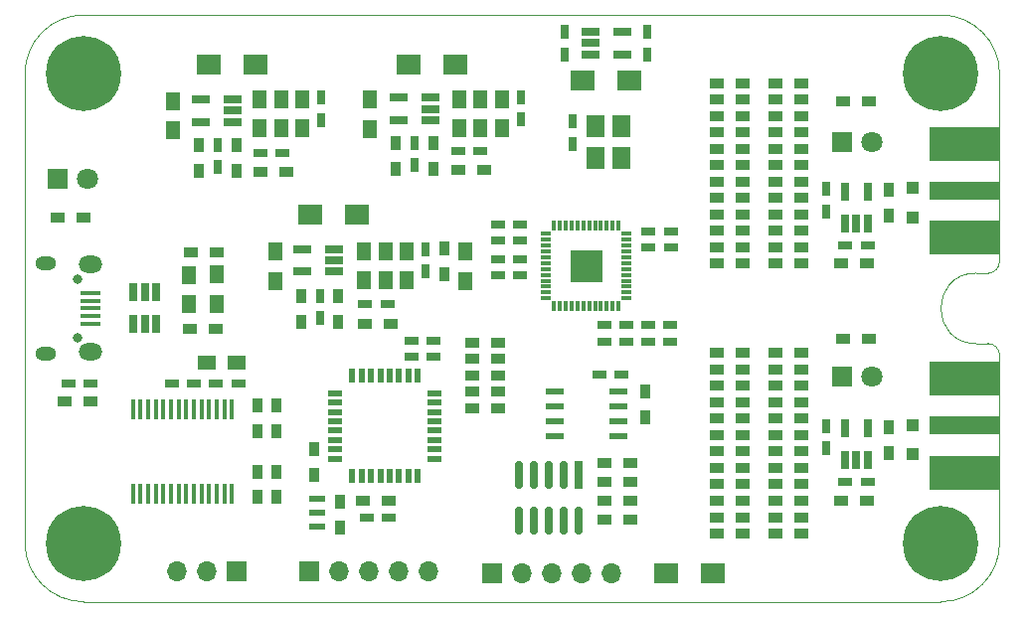
<source format=gbr>
G04 #@! TF.GenerationSoftware,KiCad,Pcbnew,(5.1.2)-1*
G04 #@! TF.CreationDate,2019-07-27T14:33:51+02:00*
G04 #@! TF.ProjectId,arbitrary_func_gen,61726269-7472-4617-9279-5f66756e635f,REV1.0*
G04 #@! TF.SameCoordinates,Original*
G04 #@! TF.FileFunction,Soldermask,Top*
G04 #@! TF.FilePolarity,Negative*
%FSLAX46Y46*%
G04 Gerber Fmt 4.6, Leading zero omitted, Abs format (unit mm)*
G04 Created by KiCad (PCBNEW (5.1.2)-1) date 2019-07-27 14:33:51*
%MOMM*%
%LPD*%
G04 APERTURE LIST*
%ADD10C,0.100000*%
%ADD11R,1.400000X0.500000*%
%ADD12R,2.000000X1.700000*%
%ADD13R,0.900000X1.200000*%
%ADD14R,1.200000X0.750000*%
%ADD15R,2.799999X2.799999*%
%ADD16R,0.300000X0.850000*%
%ADD17R,0.850000X0.300000*%
%ADD18R,1.200000X0.900000*%
%ADD19R,1.700000X1.700000*%
%ADD20O,1.700000X1.700000*%
%ADD21R,6.000000X1.500000*%
%ADD22R,6.000001X2.999999*%
%ADD23O,1.800000X1.150000*%
%ADD24O,2.000000X1.450000*%
%ADD25R,1.700000X0.450000*%
%ADD26C,0.800000*%
%ADD27R,1.560000X0.650000*%
%ADD28R,1.800000X1.800000*%
%ADD29C,1.800000*%
%ADD30R,1.250000X1.500000*%
%ADD31R,0.750000X1.200000*%
%ADD32R,1.650000X1.950000*%
%ADD33R,0.650000X1.560000*%
%ADD34R,1.550000X0.600000*%
%ADD35R,0.450000X1.750000*%
%ADD36R,0.600000X1.200000*%
%ADD37R,1.200000X0.600000*%
%ADD38O,0.760000X2.400000*%
%ADD39R,0.760000X2.400000*%
%ADD40R,1.000000X1.000000*%
%ADD41R,1.500000X1.250000*%
%ADD42C,6.400000*%
G04 APERTURE END LIST*
D10*
X155000000Y-68000000D02*
X154000000Y-68000000D01*
X156000000Y-85000000D02*
X156000000Y-69000000D01*
X78000000Y-90000000D02*
X151000000Y-90000000D01*
X73000000Y-45000000D02*
X73000000Y-85000000D01*
X151000000Y-40000000D02*
X78000000Y-40000000D01*
X156000000Y-61000000D02*
X156000000Y-45000000D01*
X154000000Y-62000000D02*
X155000000Y-62000000D01*
X156000000Y-61000000D02*
G75*
G02X155000000Y-62000000I-1000000J0D01*
G01*
X154000000Y-68000000D02*
G75*
G02X154000000Y-62000000I0J3000000D01*
G01*
X155000000Y-68000000D02*
G75*
G02X156000000Y-69000000I0J-1000000D01*
G01*
X156000000Y-85000000D02*
G75*
G02X151000000Y-90000000I-5000000J0D01*
G01*
X78000000Y-90000000D02*
G75*
G02X73000000Y-85000000I0J5000000D01*
G01*
X73000000Y-45000000D02*
G75*
G02X78000000Y-40000000I5000000J0D01*
G01*
X151000000Y-40000000D02*
G75*
G02X156000000Y-45000000I0J-5000000D01*
G01*
D11*
X97860000Y-83620000D03*
X97860000Y-82420000D03*
X97860000Y-81220000D03*
D12*
X97260000Y-57020000D03*
X101260000Y-57020000D03*
X88660000Y-44220000D03*
X92660000Y-44220000D03*
X105660000Y-44220000D03*
X109660000Y-44220000D03*
D13*
X99860000Y-81520000D03*
X99860000Y-83720000D03*
D14*
X107810000Y-69110000D03*
X105910000Y-69110000D03*
D15*
X120825000Y-61400000D03*
D16*
X118050000Y-57975000D03*
X118550000Y-57975000D03*
X119050000Y-57975000D03*
X119550000Y-57975000D03*
X120050000Y-57975000D03*
X120550000Y-57975000D03*
X121050000Y-57975000D03*
X121550000Y-57975000D03*
X122050000Y-57975000D03*
X122550000Y-57975000D03*
X123050000Y-57975000D03*
X123550000Y-57975000D03*
D17*
X124225000Y-58650000D03*
X124225000Y-59150000D03*
X124225000Y-59650000D03*
X124225000Y-60150000D03*
X124225000Y-60650000D03*
X124225000Y-61150000D03*
X124225000Y-61650000D03*
X124225000Y-62150000D03*
X124225000Y-62650000D03*
X124225000Y-63150000D03*
X124225000Y-63650000D03*
X124225000Y-64150000D03*
D16*
X123550000Y-64825000D03*
X123050000Y-64825000D03*
X122550000Y-64825000D03*
X122050000Y-64825000D03*
X121550000Y-64825000D03*
X121050000Y-64825000D03*
X120550000Y-64825000D03*
X120050000Y-64825000D03*
X119550000Y-64825000D03*
X119050000Y-64825000D03*
X118550000Y-64825000D03*
X118050000Y-64825000D03*
D17*
X117375000Y-64150000D03*
X117375000Y-63650000D03*
X117375000Y-63150000D03*
X117375000Y-62650000D03*
X117375000Y-62150000D03*
X117375000Y-61650000D03*
X117375000Y-61150000D03*
X117375000Y-60650000D03*
X117375000Y-60150000D03*
X117375000Y-59650000D03*
X117375000Y-59150000D03*
X117375000Y-58650000D03*
D18*
X124560000Y-79820000D03*
X122360000Y-79820000D03*
D19*
X91000000Y-87400000D03*
D20*
X88460000Y-87400000D03*
X85920000Y-87400000D03*
D12*
X131600000Y-87600000D03*
X127600000Y-87600000D03*
X124460000Y-45620000D03*
X120460000Y-45620000D03*
D21*
X153000000Y-55000000D03*
D22*
X153000000Y-51000000D03*
X153000000Y-59000000D03*
D21*
X153000000Y-75000000D03*
D22*
X153000000Y-71000000D03*
X153000000Y-79000000D03*
D23*
X74800000Y-61125000D03*
X74800000Y-68875000D03*
D24*
X78600000Y-68725000D03*
X78600000Y-61275000D03*
D25*
X78600000Y-65650000D03*
X78600000Y-64350000D03*
X78600000Y-66300000D03*
X78600000Y-63700000D03*
X78600000Y-65000000D03*
D26*
X77500000Y-67500000D03*
X77500000Y-62500000D03*
D27*
X90700000Y-49100000D03*
X90700000Y-48150000D03*
X90700000Y-47200000D03*
X88000000Y-47200000D03*
X88000000Y-49100000D03*
X107550000Y-48950000D03*
X107550000Y-48000000D03*
X107550000Y-47050000D03*
X104850000Y-47050000D03*
X104850000Y-48950000D03*
X99330000Y-61880000D03*
X99330000Y-60930000D03*
X99330000Y-59980000D03*
X96630000Y-59980000D03*
X96630000Y-61880000D03*
X121150000Y-41450000D03*
X121150000Y-42400000D03*
X121150000Y-43350000D03*
X123850000Y-43350000D03*
X123850000Y-41450000D03*
D18*
X75800000Y-57250000D03*
X78000000Y-57250000D03*
D13*
X108700000Y-62130000D03*
X108700000Y-59930000D03*
X87800000Y-51100000D03*
X87800000Y-53300000D03*
X91000000Y-53290000D03*
X91000000Y-51090000D03*
X104600000Y-50900000D03*
X104600000Y-53100000D03*
X107800000Y-53100000D03*
X107800000Y-50900000D03*
X96500000Y-63940000D03*
X96500000Y-66140000D03*
X99700000Y-66130000D03*
X99700000Y-63930000D03*
D18*
X95250000Y-53400000D03*
X93050000Y-53400000D03*
X112100000Y-53200000D03*
X109900000Y-53200000D03*
X104160000Y-66300000D03*
X101960000Y-66300000D03*
X87030000Y-66720000D03*
X89230000Y-66720000D03*
X87100000Y-60230000D03*
X89300000Y-60230000D03*
D28*
X75800000Y-54000000D03*
D29*
X78340000Y-54000000D03*
D30*
X110500000Y-60180000D03*
X110500000Y-62680000D03*
X93000000Y-47150000D03*
X93000000Y-49650000D03*
X110000000Y-47150000D03*
X110000000Y-49650000D03*
X103700000Y-60130000D03*
X103700000Y-62630000D03*
X96580000Y-47150000D03*
X96580000Y-49650000D03*
X111800000Y-47150000D03*
X111800000Y-49650000D03*
X105500000Y-60130000D03*
X105500000Y-62630000D03*
X94800000Y-47150000D03*
X94800000Y-49650000D03*
X113600000Y-47150000D03*
X113600000Y-49650000D03*
X101900000Y-60130000D03*
X101900000Y-62630000D03*
D31*
X98200000Y-47050000D03*
X98200000Y-48950000D03*
X115200000Y-47000000D03*
X115200000Y-48900000D03*
X107100000Y-59980000D03*
X107100000Y-61880000D03*
X89400000Y-52990000D03*
X89400000Y-51090000D03*
X106200000Y-52800000D03*
X106200000Y-50900000D03*
X98100000Y-65830000D03*
X98100000Y-63930000D03*
D14*
X93050000Y-51800000D03*
X94950000Y-51800000D03*
X109900000Y-51600000D03*
X111800000Y-51600000D03*
X101950000Y-64630000D03*
X103850000Y-64630000D03*
D30*
X85600000Y-47350000D03*
X85600000Y-49850000D03*
X102400000Y-47200000D03*
X102400000Y-49700000D03*
X94300000Y-60180000D03*
X94300000Y-62680000D03*
D31*
X126000000Y-41450000D03*
X126000000Y-43350000D03*
X119000000Y-41450000D03*
X119000000Y-43350000D03*
D30*
X89340000Y-62130000D03*
X89340000Y-64630000D03*
X87000000Y-62150000D03*
X87000000Y-64650000D03*
D32*
X121560000Y-49445000D03*
X121560000Y-52195000D03*
X123760000Y-52195000D03*
X123760000Y-49445000D03*
D33*
X142850000Y-77950000D03*
X143800000Y-77950000D03*
X144750000Y-77950000D03*
X144750000Y-75250000D03*
X142850000Y-75250000D03*
X142850000Y-57750000D03*
X143800000Y-57750000D03*
X144750000Y-57750000D03*
X144750000Y-55050000D03*
X142850000Y-55050000D03*
D34*
X118100000Y-72095000D03*
X118100000Y-73365000D03*
X118100000Y-74635000D03*
X118100000Y-75905000D03*
X123500000Y-75905000D03*
X123500000Y-74635000D03*
X123500000Y-73365000D03*
X123500000Y-72095000D03*
D33*
X82250000Y-66350000D03*
X83200000Y-66350000D03*
X84150000Y-66350000D03*
X84150000Y-63650000D03*
X82250000Y-63650000D03*
X83200000Y-63650000D03*
D35*
X82175000Y-80800000D03*
X82825000Y-80800000D03*
X83475000Y-80800000D03*
X84125000Y-80800000D03*
X84775000Y-80800000D03*
X85425000Y-80800000D03*
X86075000Y-80800000D03*
X86725000Y-80800000D03*
X87375000Y-80800000D03*
X88025000Y-80800000D03*
X88675000Y-80800000D03*
X89325000Y-80800000D03*
X89975000Y-80800000D03*
X90625000Y-80800000D03*
X90625000Y-73600000D03*
X89975000Y-73600000D03*
X89325000Y-73600000D03*
X88675000Y-73600000D03*
X88025000Y-73600000D03*
X87375000Y-73600000D03*
X86725000Y-73600000D03*
X86075000Y-73600000D03*
X85425000Y-73600000D03*
X84775000Y-73600000D03*
X84125000Y-73600000D03*
X83475000Y-73600000D03*
X82825000Y-73600000D03*
X82175000Y-73600000D03*
D36*
X100860000Y-79270000D03*
X101660000Y-79270000D03*
X102460000Y-79270000D03*
X103260000Y-79270000D03*
X104060000Y-79270000D03*
X104860000Y-79270000D03*
X105660000Y-79270000D03*
X106460000Y-79270000D03*
D37*
X107910000Y-77820000D03*
X107910000Y-77020000D03*
X107910000Y-76220000D03*
X107910000Y-75420000D03*
X107910000Y-74620000D03*
X107910000Y-73820000D03*
X107910000Y-73020000D03*
X107910000Y-72220000D03*
D36*
X106460000Y-70770000D03*
X105660000Y-70770000D03*
X104860000Y-70770000D03*
X104060000Y-70770000D03*
X103260000Y-70770000D03*
X102460000Y-70770000D03*
X101660000Y-70770000D03*
X100860000Y-70770000D03*
D37*
X99410000Y-72220000D03*
X99410000Y-73020000D03*
X99410000Y-73820000D03*
X99410000Y-74620000D03*
X99410000Y-75420000D03*
X99410000Y-76220000D03*
X99410000Y-77020000D03*
X99410000Y-77820000D03*
D18*
X113310000Y-67920000D03*
X111110000Y-67920000D03*
X113310000Y-69320000D03*
X111110000Y-69320000D03*
X144900000Y-67600000D03*
X142700000Y-67600000D03*
X144900000Y-47400000D03*
X142700000Y-47400000D03*
X113310000Y-73520000D03*
X111110000Y-73520000D03*
X113310000Y-70720000D03*
X111110000Y-70720000D03*
X113310000Y-72120000D03*
X111110000Y-72120000D03*
D13*
X94400000Y-81100000D03*
X94400000Y-78900000D03*
X92800000Y-81100000D03*
X92800000Y-78900000D03*
X97660000Y-77010000D03*
X97660000Y-79210000D03*
D18*
X103960000Y-81420000D03*
X101760000Y-81420000D03*
D13*
X92800000Y-75500000D03*
X92800000Y-73300000D03*
X94400000Y-75500000D03*
X94400000Y-73300000D03*
X146600000Y-77300000D03*
X146600000Y-75100000D03*
D18*
X136900000Y-68800000D03*
X139100000Y-68800000D03*
X136900000Y-70200000D03*
X139100000Y-70200000D03*
X136900000Y-71600000D03*
X139100000Y-71600000D03*
X136900000Y-73000000D03*
X139100000Y-73000000D03*
X136900000Y-74400000D03*
X139100000Y-74400000D03*
X136900000Y-75800000D03*
X139100000Y-75800000D03*
X136900000Y-77200000D03*
X139100000Y-77200000D03*
X136900000Y-78600000D03*
X139100000Y-78600000D03*
X136900000Y-80000000D03*
X139100000Y-80000000D03*
X136900000Y-81400000D03*
X139100000Y-81400000D03*
X136900000Y-82800000D03*
X139100000Y-82800000D03*
X136900000Y-84200000D03*
X139100000Y-84200000D03*
X134100000Y-68800000D03*
X131900000Y-68800000D03*
X134100000Y-70200000D03*
X131900000Y-70200000D03*
X134100000Y-71600000D03*
X131900000Y-71600000D03*
X134100000Y-73000000D03*
X131900000Y-73000000D03*
X134100000Y-74400000D03*
X131900000Y-74400000D03*
X134100000Y-75800000D03*
X131900000Y-75800000D03*
X134100000Y-77200000D03*
X131900000Y-77200000D03*
X134100000Y-78600000D03*
X131900000Y-78600000D03*
X134100000Y-80000000D03*
X131900000Y-80000000D03*
X134100000Y-81400000D03*
X131900000Y-81400000D03*
X134100000Y-82800000D03*
X131900000Y-82800000D03*
X134100000Y-84200000D03*
X131900000Y-84200000D03*
D13*
X146600000Y-57100000D03*
X146600000Y-54900000D03*
D18*
X136900000Y-45800000D03*
X139100000Y-45800000D03*
X136900000Y-47200000D03*
X139100000Y-47200000D03*
X136900000Y-48600000D03*
X139100000Y-48600000D03*
X136900000Y-50000000D03*
X139100000Y-50000000D03*
X136900000Y-51400000D03*
X139100000Y-51400000D03*
X136900000Y-52800000D03*
X139100000Y-52800000D03*
X136900000Y-54200000D03*
X139100000Y-54200000D03*
X136900000Y-55600000D03*
X139100000Y-55600000D03*
X136900000Y-57000000D03*
X139100000Y-57000000D03*
X136900000Y-58400000D03*
X139100000Y-58400000D03*
X136900000Y-59800000D03*
X139100000Y-59800000D03*
X136900000Y-61200000D03*
X139100000Y-61200000D03*
X134100000Y-45800000D03*
X131900000Y-45800000D03*
X134100000Y-47200000D03*
X131900000Y-47200000D03*
X134100000Y-48600000D03*
X131900000Y-48600000D03*
X134100000Y-50000000D03*
X131900000Y-50000000D03*
X134100000Y-51400000D03*
X131900000Y-51400000D03*
X134100000Y-52800000D03*
X131900000Y-52800000D03*
X134100000Y-54200000D03*
X131900000Y-54200000D03*
X134100000Y-55600000D03*
X131900000Y-55600000D03*
X134100000Y-57000000D03*
X131900000Y-57000000D03*
X134100000Y-58400000D03*
X131900000Y-58400000D03*
X134100000Y-59800000D03*
X131900000Y-59800000D03*
X134100000Y-61200000D03*
X131900000Y-61200000D03*
D13*
X125800000Y-72100000D03*
X125800000Y-74300000D03*
D18*
X124560000Y-83020000D03*
X122360000Y-83020000D03*
X124560000Y-78220000D03*
X122360000Y-78220000D03*
X124560000Y-81420000D03*
X122360000Y-81420000D03*
X78560000Y-72920000D03*
X76360000Y-72920000D03*
X144700000Y-81400000D03*
X142500000Y-81400000D03*
X144700000Y-61200000D03*
X142500000Y-61200000D03*
D19*
X112800000Y-87590000D03*
D20*
X115340000Y-87590000D03*
X117880000Y-87590000D03*
X120420000Y-87590000D03*
X122960000Y-87590000D03*
D19*
X97200000Y-87400000D03*
D20*
X99740000Y-87400000D03*
X102280000Y-87400000D03*
X104820000Y-87400000D03*
X107360000Y-87400000D03*
D38*
X115039600Y-79212400D03*
X115039600Y-83112400D03*
X116309600Y-79212400D03*
X116309600Y-83112400D03*
X117579600Y-79212400D03*
X117579600Y-83112400D03*
X118849600Y-79212400D03*
X118849600Y-83112400D03*
D39*
X120119600Y-79212400D03*
D38*
X120119600Y-83112400D03*
D40*
X148600000Y-74950000D03*
X148600000Y-77450000D03*
D28*
X142600000Y-70800000D03*
D29*
X145140000Y-70800000D03*
D28*
X142600000Y-50800000D03*
D29*
X145140000Y-50800000D03*
D40*
X148600000Y-54750000D03*
X148600000Y-57250000D03*
D14*
X107810000Y-67780000D03*
X105910000Y-67780000D03*
X104010000Y-82820000D03*
X102110000Y-82820000D03*
D41*
X90990000Y-69660000D03*
X88490000Y-69660000D03*
D14*
X85480000Y-71400000D03*
X87380000Y-71400000D03*
X91150000Y-71400000D03*
X89250000Y-71400000D03*
X144750000Y-79800000D03*
X142850000Y-79800000D03*
D31*
X141200000Y-54850000D03*
X141200000Y-56750000D03*
D14*
X144750000Y-59600000D03*
X142850000Y-59600000D03*
D31*
X141200000Y-75050000D03*
X141200000Y-76950000D03*
D14*
X123810000Y-70620000D03*
X121910000Y-70620000D03*
D31*
X119660000Y-49070000D03*
X119660000Y-50970000D03*
D14*
X122310000Y-67820000D03*
X124210000Y-67820000D03*
X122310000Y-66380000D03*
X124210000Y-66380000D03*
X126050000Y-67820000D03*
X127950000Y-67820000D03*
X115150000Y-57820000D03*
X113250000Y-57820000D03*
X126050000Y-66420000D03*
X127950000Y-66420000D03*
X115150000Y-59200000D03*
X113250000Y-59200000D03*
X115150000Y-62220000D03*
X113250000Y-62220000D03*
X126110000Y-58420000D03*
X128010000Y-58420000D03*
X115150000Y-60800000D03*
X113250000Y-60800000D03*
X126110000Y-59820000D03*
X128010000Y-59820000D03*
X76700000Y-71380000D03*
X78600000Y-71380000D03*
D42*
X151000000Y-85000000D03*
X78000000Y-45000000D03*
X151000000Y-45000000D03*
X78000000Y-85000000D03*
M02*

</source>
